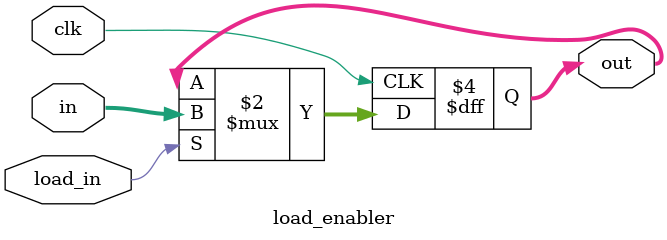
<source format=sv>
module datapath(clk,in,sr,Rn,w,aluop,lt,tsel,bsel,out);
    input clk, w, lt;
    input [7:0] in;
    input [1:0] sr, Rn, aluop;
    input [2:0] bsel, tsel;
    output [7:0] out;

    reg [3:0] decoded_load;
    reg [7:0] R0,R1,R2,R3;
    reg [7:0] rin;
    reg [7:0] tmp;
    reg [7:0] Bin;
    reg [7:0] alu_out;

    //loader 
    loader load_in(.reg_num(Rn), .w(w), .load_out(decoded_load));

    //load_enabler
    load_enabler load_zero (.load_in(decoded_load[0]), .in(rin), .clk(clk), .out(R0));
    load_enabler load_one (.load_in(decoded_load[1]), .in(rin), .clk(clk), .out(R1));
    load_enabler load_two (.load_in(decoded_load[2]), .in(rin), .clk(clk), .out(R2));
    load_enabler load_three (.load_in(decoded_load[3]), .in(rin), .clk(clk), .out(R3));

    //Assigning R0 straight to out
    assign out = R0;

    //ALU
    ALU alu_one (.tmp(tmp),.Bin(Bin),.alu_out(alu_out),.aluop(aluop));


    //bsel MUX
    always_comb begin
        case(bsel)
            3'b001: Bin = R1;
            3'b010: Bin = R2;
            3'b100: Bin = R3;
            default: Bin = 8'bxxxxxxxx;
        endcase
    end

    //tsel MUX
    reg[7:0] tselOut; //Connecting tsel MUX -> lt

    always_comb begin
        case(tsel)
            3'b001: tselOut = alu_out;
            3'b010: tselOut = out;
            3'b100: tselOut = Bin;
            default: tselOut = 8'bxxxxxxxx;
        endcase
    end

    //lt
    load_enabler load_lt (.load_in(lt), .in(tselOut), .clk(clk), .out(tmp));

    //sr MUX
    always_comb begin
        case(sr)
            2'b00: rin = in;
            2'b01: rin = alu_out;
            2'b10: rin = tmp;
            default: rin = 8'bxxxxxxxx;
        endcase
    end


   

    endmodule


    //loader module
    module loader (reg_num, w, load_out); 
        input [1:0] reg_num;
        input w;
        output reg [3:0] load_out;

        always_comb begin 
            if (w==1) begin
                case(reg_num)
                    2'b00: load_out = 4'b0001;
                    2'b01: load_out = 4'b0010;
                    2'b10: load_out = 4'b0100;
                    2'b11: load_out = 4'b1000;
                    default load_out = 4'bxxxx; 
                endcase
            end else begin
                    load_out = 4'b0000; // w = 0, no register is picked
        end
        end
    endmodule


    module ALU (tmp,Bin,alu_out,aluop);
        input [7:0] tmp,Bin;
        input [1:0] aluop; 
        output reg [7:0] alu_out;

        always_comb begin

            case(aluop)

                2'b00: alu_out = tmp ^ Bin;
                2'b01: alu_out = tmp & Bin;
                2'b10: alu_out = tmp << 1;
                2'b11: alu_out = Bin;
                default: alu_out = 8'bxxxxxxxx;       
            endcase

			end
endmodule


module load_enabler (load_in,in,clk,out);

input [7:0] in;
input load_in, clk;
output reg [7:0] out;

always_ff @(posedge clk) begin

    if (load_in)
			out <= in;
end

endmodule


</source>
